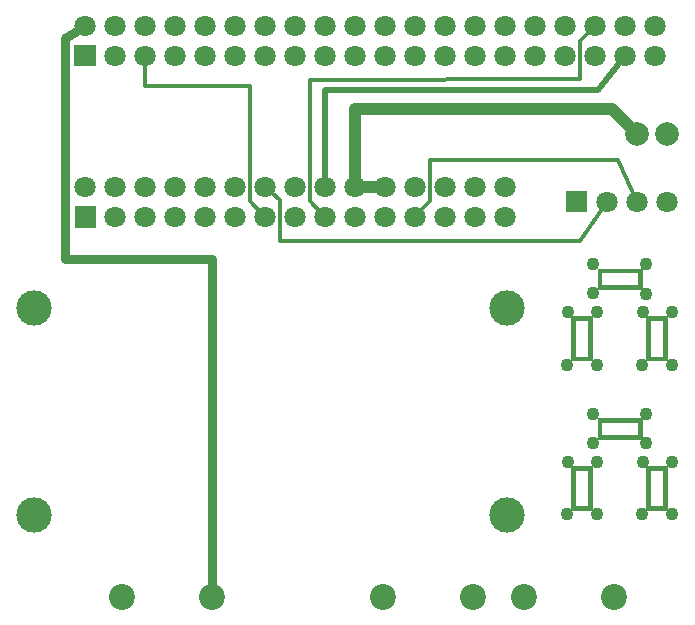
<source format=gbr>
%FSLAX34Y34*%
%MOMM*%
%LNCOPPER_TOP*%
G71*
G01*
%ADD10C, 1.80*%
%ADD11C, 2.20*%
%ADD12C, 3.00*%
%ADD13C, 2.00*%
%ADD14C, 1.50*%
%ADD15C, 1.50*%
%ADD16C, 0.35*%
%ADD17C, 0.50*%
%ADD18C, 1.00*%
%ADD19C, 2.00*%
%ADD20C, 0.80*%
%ADD21C, 0.10*%
%ADD22C, 1.10*%
%LPD*%
X85328Y-25797D02*
G54D10*
D03*
G36*
X76328Y-42197D02*
X94328Y-42197D01*
X94328Y-60197D01*
X76328Y-60197D01*
X76328Y-42197D01*
G37*
X110728Y-25797D02*
G54D10*
D03*
X110728Y-51197D02*
G54D10*
D03*
X136128Y-25797D02*
G54D10*
D03*
X136128Y-51197D02*
G54D10*
D03*
X161528Y-25797D02*
G54D10*
D03*
X161528Y-51197D02*
G54D10*
D03*
X186928Y-25797D02*
G54D10*
D03*
X186928Y-51197D02*
G54D10*
D03*
X212328Y-25797D02*
G54D10*
D03*
X212328Y-51197D02*
G54D10*
D03*
X237828Y-25797D02*
G54D10*
D03*
X237828Y-51197D02*
G54D10*
D03*
X263228Y-25797D02*
G54D10*
D03*
X263228Y-51197D02*
G54D10*
D03*
X288628Y-25797D02*
G54D10*
D03*
X288628Y-51197D02*
G54D10*
D03*
X314028Y-25797D02*
G54D10*
D03*
X314028Y-51197D02*
G54D10*
D03*
X339428Y-25797D02*
G54D10*
D03*
X339428Y-51197D02*
G54D10*
D03*
X364828Y-25797D02*
G54D10*
D03*
X364828Y-51197D02*
G54D10*
D03*
X390228Y-25797D02*
G54D10*
D03*
X390228Y-51197D02*
G54D10*
D03*
X415628Y-25797D02*
G54D10*
D03*
X415628Y-51197D02*
G54D10*
D03*
X441028Y-25797D02*
G54D10*
D03*
X441028Y-51197D02*
G54D10*
D03*
X466428Y-25797D02*
G54D10*
D03*
X466428Y-51197D02*
G54D10*
D03*
X491828Y-25797D02*
G54D10*
D03*
X491828Y-51197D02*
G54D10*
D03*
X517228Y-25797D02*
G54D10*
D03*
X517228Y-51197D02*
G54D10*
D03*
X542628Y-25797D02*
G54D10*
D03*
X542628Y-51197D02*
G54D10*
D03*
X568028Y-25797D02*
G54D10*
D03*
X568028Y-51197D02*
G54D10*
D03*
X85725Y-162322D02*
G54D10*
D03*
G36*
X76725Y-178722D02*
X94725Y-178722D01*
X94725Y-196722D01*
X76725Y-196722D01*
X76725Y-178722D01*
G37*
X111125Y-162322D02*
G54D10*
D03*
X111125Y-187722D02*
G54D10*
D03*
X136525Y-162322D02*
G54D10*
D03*
X136525Y-187722D02*
G54D10*
D03*
X161925Y-162322D02*
G54D10*
D03*
X161925Y-187722D02*
G54D10*
D03*
X187325Y-162322D02*
G54D10*
D03*
X187325Y-187722D02*
G54D10*
D03*
X212725Y-162322D02*
G54D10*
D03*
X212725Y-187722D02*
G54D10*
D03*
X238225Y-162322D02*
G54D10*
D03*
X238225Y-187722D02*
G54D10*
D03*
X263625Y-162322D02*
G54D10*
D03*
X263625Y-187722D02*
G54D10*
D03*
X289025Y-162322D02*
G54D10*
D03*
X289025Y-187722D02*
G54D10*
D03*
X314425Y-162322D02*
G54D10*
D03*
X314425Y-187722D02*
G54D10*
D03*
X339825Y-162322D02*
G54D10*
D03*
X339825Y-187722D02*
G54D10*
D03*
X365225Y-162322D02*
G54D10*
D03*
X365225Y-187722D02*
G54D10*
D03*
X390625Y-162322D02*
G54D10*
D03*
X390625Y-187722D02*
G54D10*
D03*
X416025Y-162322D02*
G54D10*
D03*
X416025Y-187722D02*
G54D10*
D03*
X441425Y-162322D02*
G54D10*
D03*
X441425Y-187722D02*
G54D10*
D03*
X577878Y-174693D02*
G54D10*
D03*
X552478Y-174693D02*
G54D10*
D03*
X527078Y-174693D02*
G54D10*
D03*
G36*
X510678Y-165693D02*
X510678Y-183693D01*
X492678Y-183693D01*
X492678Y-165693D01*
X510678Y-165693D01*
G37*
X193278Y-509190D02*
G54D11*
D03*
X117078Y-509190D02*
G54D11*
D03*
X414337Y-509588D02*
G54D11*
D03*
X338137Y-509588D02*
G54D11*
D03*
X457200Y-509588D02*
G54D11*
D03*
X533400Y-509588D02*
G54D11*
D03*
X442515Y-439738D02*
G54D12*
D03*
X442515Y-265113D02*
G54D12*
D03*
X42465Y-439738D02*
G54D12*
D03*
X42465Y-265113D02*
G54D12*
D03*
X42465Y-439738D02*
G54D13*
D03*
X42465Y-265113D02*
G54D13*
D03*
X442515Y-265113D02*
G54D13*
D03*
X442515Y-439738D02*
G54D13*
D03*
X193278Y-509190D02*
G54D14*
D03*
X117078Y-509190D02*
G54D14*
D03*
X414337Y-509588D02*
G54D14*
D03*
X338137Y-509588D02*
G54D14*
D03*
X457200Y-509588D02*
G54D14*
D03*
X533400Y-509588D02*
G54D14*
D03*
X85725Y-162322D02*
G54D15*
D03*
G36*
X78225Y-180222D02*
X93225Y-180222D01*
X93225Y-195222D01*
X78225Y-195222D01*
X78225Y-180222D01*
G37*
X111125Y-162322D02*
G54D15*
D03*
X111125Y-187722D02*
G54D15*
D03*
X136525Y-162322D02*
G54D15*
D03*
X136525Y-187722D02*
G54D15*
D03*
X161925Y-162322D02*
G54D15*
D03*
X161925Y-187722D02*
G54D15*
D03*
X187325Y-162322D02*
G54D15*
D03*
X187325Y-187722D02*
G54D15*
D03*
X212725Y-162322D02*
G54D15*
D03*
X212725Y-187722D02*
G54D15*
D03*
X238225Y-162322D02*
G54D15*
D03*
X238225Y-187722D02*
G54D15*
D03*
X263625Y-162322D02*
G54D15*
D03*
X263625Y-187722D02*
G54D15*
D03*
X289025Y-162322D02*
G54D15*
D03*
X289025Y-187722D02*
G54D15*
D03*
X314425Y-162322D02*
G54D15*
D03*
X314425Y-187722D02*
G54D15*
D03*
X339825Y-162322D02*
G54D15*
D03*
X339825Y-187722D02*
G54D15*
D03*
X365225Y-162322D02*
G54D15*
D03*
X365225Y-187722D02*
G54D15*
D03*
X390625Y-162322D02*
G54D15*
D03*
X390625Y-187722D02*
G54D15*
D03*
X416025Y-162322D02*
G54D15*
D03*
X416025Y-187722D02*
G54D15*
D03*
X441425Y-162322D02*
G54D15*
D03*
X441425Y-187722D02*
G54D15*
D03*
X577878Y-174693D02*
G54D15*
D03*
X552478Y-174693D02*
G54D15*
D03*
X527078Y-174693D02*
G54D15*
D03*
G36*
X509178Y-167193D02*
X509178Y-182193D01*
X494178Y-182193D01*
X494178Y-167193D01*
X509178Y-167193D01*
G37*
X85328Y-25797D02*
G54D15*
D03*
G36*
X77828Y-43697D02*
X92828Y-43697D01*
X92828Y-58697D01*
X77828Y-58697D01*
X77828Y-43697D01*
G37*
X110728Y-25797D02*
G54D15*
D03*
X110728Y-51197D02*
G54D15*
D03*
X136128Y-25797D02*
G54D15*
D03*
X136128Y-51197D02*
G54D15*
D03*
X161528Y-25797D02*
G54D15*
D03*
X161528Y-51197D02*
G54D15*
D03*
X186928Y-25797D02*
G54D15*
D03*
X186928Y-51197D02*
G54D15*
D03*
X212328Y-25797D02*
G54D15*
D03*
X212328Y-51197D02*
G54D15*
D03*
X237828Y-25797D02*
G54D15*
D03*
X237828Y-51197D02*
G54D15*
D03*
X263228Y-25797D02*
G54D15*
D03*
X263228Y-51197D02*
G54D15*
D03*
X288628Y-25797D02*
G54D15*
D03*
X288628Y-51197D02*
G54D15*
D03*
X314028Y-25797D02*
G54D15*
D03*
X314028Y-51197D02*
G54D15*
D03*
X339428Y-25797D02*
G54D15*
D03*
X339428Y-51197D02*
G54D15*
D03*
X364828Y-25797D02*
G54D15*
D03*
X364828Y-51197D02*
G54D15*
D03*
X390228Y-25797D02*
G54D15*
D03*
X390228Y-51197D02*
G54D15*
D03*
X415628Y-25797D02*
G54D15*
D03*
X415628Y-51197D02*
G54D15*
D03*
X441028Y-25797D02*
G54D15*
D03*
X441028Y-51197D02*
G54D15*
D03*
X466428Y-25797D02*
G54D15*
D03*
X466428Y-51197D02*
G54D15*
D03*
X491828Y-25797D02*
G54D15*
D03*
X491828Y-51197D02*
G54D15*
D03*
X517228Y-25797D02*
G54D15*
D03*
X517228Y-51197D02*
G54D15*
D03*
X542628Y-25797D02*
G54D15*
D03*
X542628Y-51197D02*
G54D15*
D03*
X568028Y-25797D02*
G54D15*
D03*
X568028Y-51197D02*
G54D15*
D03*
G54D16*
X289025Y-187722D02*
X289025Y-187425D01*
X276225Y-174625D01*
X276225Y-71438D01*
X504825Y-71041D01*
X504825Y-38597D01*
X517228Y-25797D01*
G54D17*
X289025Y-162322D02*
X288925Y-80169D01*
X519509Y-80269D01*
X542628Y-51197D01*
G54D18*
X314425Y-162322D02*
X314325Y-96441D01*
X531812Y-96441D01*
X552450Y-117475D01*
G54D18*
X314425Y-162322D02*
X339825Y-162322D01*
G54D16*
X238225Y-187722D02*
X225425Y-174625D01*
X225425Y-76597D01*
X136128Y-76597D01*
X136128Y-51197D01*
G54D16*
X238225Y-162322D02*
X250825Y-173038D01*
X250825Y-207962D01*
X504524Y-207962D01*
X527078Y-174693D01*
G54D16*
X365225Y-187722D02*
X365225Y-187225D01*
X377825Y-174625D01*
X377825Y-139700D01*
X536535Y-139700D01*
X552478Y-174693D01*
X577850Y-117475D02*
G54D19*
D03*
X552450Y-117475D02*
G54D19*
D03*
X577850Y-117475D02*
G54D15*
D03*
X577850Y-117475D02*
G54D15*
D03*
X552450Y-117475D02*
G54D15*
D03*
G54D20*
X193278Y-509190D02*
X193278Y-223044D01*
X68262Y-223044D01*
X68262Y-36512D01*
X85328Y-25797D01*
G54D21*
X553641Y-234553D02*
X553641Y-245665D01*
X522685Y-245665D01*
X522685Y-234553D01*
X553641Y-234553D01*
G36*
X553641Y-248840D02*
X556816Y-248840D01*
X556816Y-231378D01*
X553641Y-231378D01*
X553641Y-248840D01*
G37*
G54D21*
X553641Y-248840D02*
X556816Y-248840D01*
X556816Y-231378D01*
X553641Y-231378D01*
X553641Y-248840D01*
G36*
X556816Y-231378D02*
X519510Y-231378D01*
X519510Y-234553D01*
X556816Y-234553D01*
X556816Y-231378D01*
G37*
G54D21*
X556816Y-231378D02*
X519510Y-231378D01*
X519510Y-234553D01*
X556816Y-234553D01*
X556816Y-231378D01*
G36*
X556816Y-248840D02*
X520303Y-248840D01*
X520303Y-245665D01*
X556816Y-245665D01*
X556816Y-248840D01*
G37*
G54D21*
X556816Y-248840D02*
X520303Y-248840D01*
X520303Y-245665D01*
X556816Y-245665D01*
X556816Y-248840D01*
G36*
X519510Y-248840D02*
X522685Y-248840D01*
X522685Y-231378D01*
X519510Y-231378D01*
X519510Y-248840D01*
G37*
G54D21*
X519510Y-248840D02*
X522685Y-248840D01*
X522685Y-231378D01*
X519510Y-231378D01*
X519510Y-248840D01*
G54D21*
X563959Y-275034D02*
X575072Y-275034D01*
X575072Y-305991D01*
X563959Y-305991D01*
X563959Y-275034D01*
G36*
X578247Y-275034D02*
X578247Y-271859D01*
X560784Y-271859D01*
X560784Y-275034D01*
X578247Y-275034D01*
G37*
G54D21*
X578247Y-275034D02*
X578247Y-271859D01*
X560784Y-271859D01*
X560784Y-275034D01*
X578247Y-275034D01*
G36*
X560784Y-271859D02*
X560784Y-309166D01*
X563959Y-309166D01*
X563959Y-271859D01*
X560784Y-271859D01*
G37*
G54D21*
X560784Y-271859D02*
X560784Y-309166D01*
X563959Y-309166D01*
X563959Y-271859D01*
X560784Y-271859D01*
G36*
X578247Y-271859D02*
X578247Y-308372D01*
X575072Y-308372D01*
X575072Y-271859D01*
X578247Y-271859D01*
G37*
G54D21*
X578247Y-271859D02*
X578247Y-308372D01*
X575072Y-308372D01*
X575072Y-271859D01*
X578247Y-271859D01*
G36*
X578247Y-309166D02*
X578247Y-305991D01*
X560784Y-305991D01*
X560784Y-309166D01*
X578247Y-309166D01*
G37*
G54D21*
X578247Y-309166D02*
X578247Y-305991D01*
X560784Y-305991D01*
X560784Y-309166D01*
X578247Y-309166D01*
X515938Y-227806D02*
G54D22*
D03*
X560388Y-227806D02*
G54D22*
D03*
X560388Y-252809D02*
G54D22*
D03*
X515938Y-252412D02*
G54D22*
D03*
X582059Y-268387D02*
G54D22*
D03*
X582059Y-312836D02*
G54D22*
D03*
X557056Y-312837D02*
G54D22*
D03*
X557453Y-268387D02*
G54D22*
D03*
G54D21*
X500459Y-275034D02*
X511572Y-275034D01*
X511572Y-305991D01*
X500459Y-305991D01*
X500459Y-275034D01*
G36*
X514747Y-275034D02*
X514747Y-271859D01*
X497284Y-271859D01*
X497284Y-275034D01*
X514747Y-275034D01*
G37*
G54D21*
X514747Y-275034D02*
X514747Y-271859D01*
X497284Y-271859D01*
X497284Y-275034D01*
X514747Y-275034D01*
G36*
X497284Y-271859D02*
X497284Y-309166D01*
X500459Y-309166D01*
X500459Y-271859D01*
X497284Y-271859D01*
G37*
G54D21*
X497284Y-271859D02*
X497284Y-309166D01*
X500459Y-309166D01*
X500459Y-271859D01*
X497284Y-271859D01*
G36*
X514747Y-271859D02*
X514747Y-308372D01*
X511572Y-308372D01*
X511572Y-271859D01*
X514747Y-271859D01*
G37*
G54D21*
X514747Y-271859D02*
X514747Y-308372D01*
X511572Y-308372D01*
X511572Y-271859D01*
X514747Y-271859D01*
G36*
X514747Y-309166D02*
X514747Y-305991D01*
X497284Y-305991D01*
X497284Y-309166D01*
X514747Y-309166D01*
G37*
G54D21*
X514747Y-309166D02*
X514747Y-305991D01*
X497284Y-305991D01*
X497284Y-309166D01*
X514747Y-309166D01*
X518559Y-268387D02*
G54D22*
D03*
X518559Y-312836D02*
G54D22*
D03*
X493556Y-312837D02*
G54D22*
D03*
X493953Y-268387D02*
G54D22*
D03*
G54D21*
X553641Y-361156D02*
X553641Y-372268D01*
X522685Y-372268D01*
X522685Y-361156D01*
X553641Y-361156D01*
G36*
X553641Y-375443D02*
X556816Y-375443D01*
X556816Y-357981D01*
X553641Y-357981D01*
X553641Y-375443D01*
G37*
G54D21*
X553641Y-375443D02*
X556816Y-375443D01*
X556816Y-357981D01*
X553641Y-357981D01*
X553641Y-375443D01*
G36*
X556816Y-357981D02*
X519510Y-357981D01*
X519510Y-361156D01*
X556816Y-361156D01*
X556816Y-357981D01*
G37*
G54D21*
X556816Y-357981D02*
X519510Y-357981D01*
X519510Y-361156D01*
X556816Y-361156D01*
X556816Y-357981D01*
G36*
X556816Y-375443D02*
X520303Y-375443D01*
X520303Y-372268D01*
X556816Y-372268D01*
X556816Y-375443D01*
G37*
G54D21*
X556816Y-375443D02*
X520303Y-375443D01*
X520303Y-372268D01*
X556816Y-372268D01*
X556816Y-375443D01*
G36*
X519510Y-375443D02*
X522685Y-375443D01*
X522685Y-357981D01*
X519510Y-357981D01*
X519510Y-375443D01*
G37*
G54D21*
X519510Y-375443D02*
X522685Y-375443D01*
X522685Y-357981D01*
X519510Y-357981D01*
X519510Y-375443D01*
G54D21*
X563959Y-401638D02*
X575072Y-401638D01*
X575072Y-432594D01*
X563959Y-432594D01*
X563959Y-401638D01*
G36*
X578247Y-401638D02*
X578247Y-398462D01*
X560784Y-398462D01*
X560784Y-401638D01*
X578247Y-401638D01*
G37*
G54D21*
X578247Y-401638D02*
X578247Y-398462D01*
X560784Y-398462D01*
X560784Y-401638D01*
X578247Y-401638D01*
G36*
X560784Y-398462D02*
X560784Y-435769D01*
X563959Y-435769D01*
X563959Y-398462D01*
X560784Y-398462D01*
G37*
G54D21*
X560784Y-398462D02*
X560784Y-435769D01*
X563959Y-435769D01*
X563959Y-398462D01*
X560784Y-398462D01*
G36*
X578247Y-398462D02*
X578247Y-434975D01*
X575072Y-434975D01*
X575072Y-398462D01*
X578247Y-398462D01*
G37*
G54D21*
X578247Y-398462D02*
X578247Y-434975D01*
X575072Y-434975D01*
X575072Y-398462D01*
X578247Y-398462D01*
G36*
X578247Y-435769D02*
X578247Y-432594D01*
X560784Y-432594D01*
X560784Y-435769D01*
X578247Y-435769D01*
G37*
G54D21*
X578247Y-435769D02*
X578247Y-432594D01*
X560784Y-432594D01*
X560784Y-435769D01*
X578247Y-435769D01*
X515938Y-354409D02*
G54D22*
D03*
X560388Y-354409D02*
G54D22*
D03*
X560388Y-379412D02*
G54D22*
D03*
X515938Y-379015D02*
G54D22*
D03*
X582059Y-394990D02*
G54D22*
D03*
X582059Y-439440D02*
G54D22*
D03*
X557056Y-439440D02*
G54D22*
D03*
X557453Y-394990D02*
G54D22*
D03*
G54D21*
X500459Y-401638D02*
X511572Y-401638D01*
X511572Y-432594D01*
X500459Y-432594D01*
X500459Y-401638D01*
G36*
X514747Y-401638D02*
X514747Y-398462D01*
X497284Y-398462D01*
X497284Y-401638D01*
X514747Y-401638D01*
G37*
G54D21*
X514747Y-401638D02*
X514747Y-398462D01*
X497284Y-398462D01*
X497284Y-401638D01*
X514747Y-401638D01*
G36*
X497284Y-398462D02*
X497284Y-435769D01*
X500459Y-435769D01*
X500459Y-398462D01*
X497284Y-398462D01*
G37*
G54D21*
X497284Y-398462D02*
X497284Y-435769D01*
X500459Y-435769D01*
X500459Y-398462D01*
X497284Y-398462D01*
G36*
X514747Y-398462D02*
X514747Y-434975D01*
X511572Y-434975D01*
X511572Y-398462D01*
X514747Y-398462D01*
G37*
G54D21*
X514747Y-398462D02*
X514747Y-434975D01*
X511572Y-434975D01*
X511572Y-398462D01*
X514747Y-398462D01*
G36*
X514747Y-435769D02*
X514747Y-432594D01*
X497284Y-432594D01*
X497284Y-435769D01*
X514747Y-435769D01*
G37*
G54D21*
X514747Y-435769D02*
X514747Y-432594D01*
X497284Y-432594D01*
X497284Y-435769D01*
X514747Y-435769D01*
X518559Y-394990D02*
G54D22*
D03*
X518559Y-439440D02*
G54D22*
D03*
X493556Y-439440D02*
G54D22*
D03*
X493953Y-394990D02*
G54D22*
D03*
M02*

</source>
